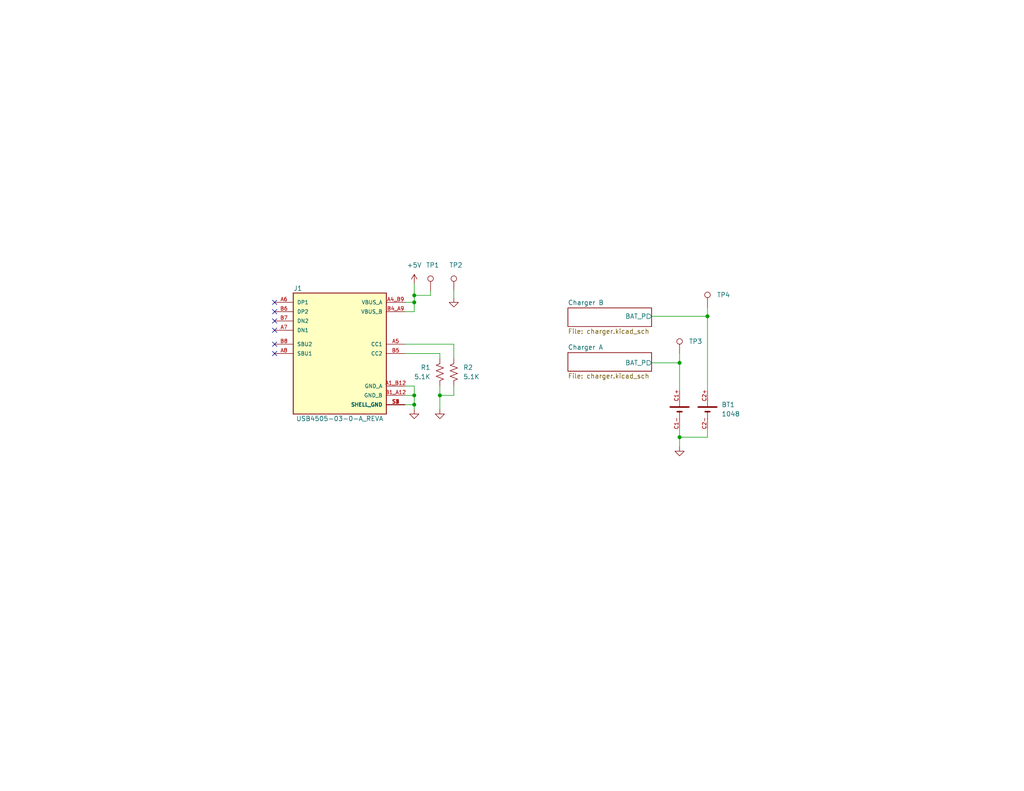
<source format=kicad_sch>
(kicad_sch (version 20211123) (generator eeschema)
  (paper "USLetter")
  (title_block (title "18650 Charger") (date "2021-11-13") (rev "1"))
  (lib_symbols
    (symbol "1048:1048" (pin_names (offset 1.016) hide)
      (property "Reference" "BT1" (at 6.35 1.2701 90))
      (property "Value" "1048" (at 6.35 -1.2699 90))
      (symbol "1048_0_0"
        (polyline (pts (xy -2.54 -2.54) (xy -0.635 -2.54)) (stroke (width 0.1524)))
        (polyline (pts (xy -2.54 5.08) (xy -0.635 5.08)) (stroke (width 0.1524)))
        (polyline (pts (xy -0.635 -2.54) (xy -0.635 -3.175)) (stroke (width 0.4064)))
        (polyline (pts (xy -0.635 -1.905) (xy -0.635 -2.54)) (stroke (width 0.4064)))
        (polyline (pts (xy -0.635 5.08) (xy -0.635 4.445)) (stroke (width 0.4064)))
        (polyline (pts (xy -0.635 5.715) (xy -0.635 5.08)) (stroke (width 0.4064)))
        (polyline (pts (xy 0.635 -2.54) (xy 0.635 -5.08)) (stroke (width 0.4064)))
        (polyline (pts (xy 0.635 -2.54) (xy 2.54 -2.54)) (stroke (width 0.1524)))
        (polyline (pts (xy 0.635 0) (xy 0.635 -2.54)) (stroke (width 0.4064)))
        (polyline (pts (xy 0.635 5.08) (xy 0.635 2.54)) (stroke (width 0.4064)))
        (polyline (pts (xy 0.635 5.08) (xy 2.54 5.08)) (stroke (width 0.1524)))
        (polyline (pts (xy 0.635 7.62) (xy 0.635 5.08)) (stroke (width 0.4064)))
        (pin passive line (at 5.08 5.08 180) (length 2.54) (name "~") (number "C1+"))
        (pin passive line (at -5.08 5.08 0) (length 2.54) (name "~") (number "C1-"))
        (pin passive line (at 5.08 -2.54 180) (length 2.54) (name "~") (number "C2+"))
        (pin passive line (at -5.08 -2.54 0) (length 2.54) (name "~") (number "C2-"))
      )
    )
    (symbol "Connector:TestPoint" (pin_numbers hide) (pin_names (offset 0.762) hide)
      (property "Reference" "TP" (at 0 6.858 0))
      (property "Value" "TestPoint" (at 0 5.08 0))
      (symbol "TestPoint_0_1"
        (circle (center 0 3.302) (radius 0.762))
      )
      (symbol "TestPoint_1_1"
        (pin passive line (at 0 0 90) (length 2.54) (name "1") (number "1"))
      )
    )
    (symbol "Device:R_US" (pin_numbers hide) (pin_names (offset 0))
      (property "Reference" "R" (at 2.54 0 90))
      (property "Value" "R_US" (at -2.54 0 90))
      (symbol "R_US_0_1"
        (polyline (pts (xy 0 -2.286) (xy 0 -2.54)))
        (polyline (pts (xy 0 2.286) (xy 0 2.54)))
        (polyline (pts (xy 0 -0.762) (xy 1.016 -1.143) (xy 0 -1.524) (xy -1.016 -1.905) (xy 0 -2.286)))
        (polyline (pts (xy 0 0.762) (xy 1.016 0.381) (xy 0 0) (xy -1.016 -0.381) (xy 0 -0.762)))
        (polyline (pts (xy 0 2.286) (xy 1.016 1.905) (xy 0 1.524) (xy -1.016 1.143) (xy 0 0.762)))
      )
      (symbol "R_US_1_1"
        (pin passive line (at 0 3.81 270) (length 1.27) (name "~") (number "1"))
        (pin passive line (at 0 -3.81 90) (length 1.27) (name "~") (number "2"))
      )
    )
    (symbol "USB4505-03-0-A_REVA:USB4505-03-0-A_REVA" (pin_names (offset 1.016))
      (property "Reference" "J1" (at -11.43 16.51 0))
      (property "Value" "USB4505-03-0-A_REVA" (at 0 -19.05 0))
      (symbol "USB4505-03-0-A_REVA_0_0"
        (rectangle (start -12.7 -17.78) (end 12.7 15.24) (stroke (width 0.254)) (fill (type background)))
        (pin power_in line (at 17.78 -10.16 180) (length 5.08) (name "GND_A") (number "A1_B12"))
        (pin power_in line (at 17.78 12.7 180) (length 5.08) (name "VBUS_A") (number "A4_B9"))
        (pin bidirectional line (at 17.78 1.27 180) (length 5.08) (name "CC1") (number "A5"))
        (pin bidirectional line (at -17.78 12.7 0) (length 5.08) (name "DP1") (number "A6"))
        (pin bidirectional line (at -17.78 5.08 0) (length 5.08) (name "DN1") (number "A7"))
        (pin bidirectional line (at -17.78 -1.27 0) (length 5.08) (name "SBU1") (number "A8"))
        (pin power_in line (at 17.78 -12.7 180) (length 5.08) (name "GND_B") (number "B1_A12"))
        (pin power_in line (at 17.78 10.16 180) (length 5.08) (name "VBUS_B") (number "B4_A9"))
        (pin bidirectional line (at 17.78 -1.27 180) (length 5.08) (name "CC2") (number "B5"))
        (pin bidirectional line (at -17.78 10.16 0) (length 5.08) (name "DP2") (number "B6"))
        (pin bidirectional line (at -17.78 7.62 0) (length 5.08) (name "DN2") (number "B7"))
        (pin bidirectional line (at -17.78 1.27 0) (length 5.08) (name "SBU2") (number "B8"))
        (pin power_in line (at 17.78 -15.24 180) (length 5.08) (name "SHELL_GND") (number "S1"))
        (pin power_in line (at 17.78 -15.24 180) (length 5.08) (name "SHELL_GND") (number "S2"))
        (pin power_in line (at 17.78 -15.24 180) (length 5.08) (name "SHELL_GND") (number "S3"))
        (pin power_in line (at 17.78 -15.24 180) (length 5.08) (name "SHELL_GND") (number "S4"))
      )
    )
    (symbol "power:+5V" (power) (pin_names (offset 0))
      (property "Value" "+5V" (at 0 3.556 0))
      (symbol "+5V_0_1"
        (polyline (pts (xy -0.762 1.27) (xy 0 2.54)))
        (polyline (pts (xy 0 0) (xy 0 2.54)))
        (polyline (pts (xy 0 2.54) (xy 0.762 1.27)))
      )
      (symbol "+5V_1_1"
        (pin power_in line (at 0 0 90) (length 0) hide (name "+5V") (number "1"))
      )
    )
    (symbol "power:GND" (power) (pin_names (offset 0))
      (property "Value" "GND" (at 0 -3.81 0))
      (symbol "GND_0_1"
        (polyline (pts (xy 0 0) (xy 0 -1.27) (xy 1.27 -1.27) (xy 0 -2.54) (xy -1.27 -1.27) (xy 0 -1.27)))
      )
      (symbol "GND_1_1"
        (pin power_in line (at 0 0 270) (length 0) hide (name "GND") (number "1"))
      )
    )
  )
  (junction (at 193.04 86.36))
  (junction (at 113.03 110.49))
  (junction (at 120.015 107.95))
  (junction (at 185.42 119.38))
  (junction (at 113.03 80.645))
  (junction (at 185.42 99.06))
  (junction (at 113.03 82.55))
  (junction (at 113.03 107.95))
  (no_connect (at 74.93 93.9802))
  (no_connect (at 74.93 96.5202))
  (no_connect (at 74.93 85.0902))
  (no_connect (at 74.93 90.1702))
  (no_connect (at 74.93 82.5502))
  (no_connect (at 74.93 87.6302))
  (wire (pts (xy 113.03 105.41) (xy 113.03 107.95)))
  (wire (pts (xy 177.8 99.06) (xy 185.42 99.06)))
  (wire (pts (xy 185.42 99.06) (xy 185.42 106.68)))
  (wire (pts (xy 110.49 105.41) (xy 113.03 105.41)))
  (wire (pts (xy 193.04 83.82) (xy 193.04 86.36)))
  (wire (pts (xy 110.49 96.52) (xy 120.015 96.52)))
  (wire (pts (xy 120.015 96.52) (xy 120.015 97.79)))
  (wire (pts (xy 110.49 110.49) (xy 113.03 110.49)))
  (wire (pts (xy 113.03 85.09) (xy 113.03 82.55)))
  (wire (pts (xy 110.49 85.09) (xy 113.03 85.09)))
  (wire (pts (xy 123.825 97.79) (xy 123.825 93.98)))
  (wire (pts (xy 123.825 93.98) (xy 110.49 93.98)))
  (wire (pts (xy 110.49 107.95) (xy 113.03 107.95)))
  (wire (pts (xy 117.475 79.375) (xy 117.475 80.645)))
  (wire (pts (xy 113.03 80.645) (xy 117.475 80.645)))
  (wire (pts (xy 123.825 105.41) (xy 123.825 107.95)))
  (wire (pts (xy 123.825 107.95) (xy 120.015 107.95)))
  (wire (pts (xy 110.49 82.55) (xy 113.03 82.55)))
  (wire (pts (xy 113.03 82.55) (xy 113.03 80.645)))
  (wire (pts (xy 113.03 80.645) (xy 113.03 77.47)))
  (wire (pts (xy 185.42 116.84) (xy 185.42 119.38)))
  (wire (pts (xy 185.42 119.38) (xy 193.04 119.38)))
  (wire (pts (xy 193.04 119.38) (xy 193.04 116.84)))
  (wire (pts (xy 185.42 119.38) (xy 185.42 121.92)))
  (wire (pts (xy 120.015 105.41) (xy 120.015 107.95)))
  (wire (pts (xy 120.015 107.95) (xy 120.015 111.76)))
  (wire (pts (xy 185.42 96.52) (xy 185.42 99.06)))
  (wire (pts (xy 177.8 86.36) (xy 193.04 86.36)))
  (wire (pts (xy 193.04 86.36) (xy 193.04 106.68)))
  (wire (pts (xy 113.03 110.49) (xy 113.03 111.7602)))
  (wire (pts (xy 113.03 107.95) (xy 113.03 110.49)))
  (wire (pts (xy 123.825 79.375) (xy 123.825 81.28)))
  (symbol (lib_id "power:GND") (at 185.42 121.92 0) (unit 1)
    (property "Reference" "#PWR05" (effects hide))
    (property "Value" "GND" (effects hide))
  )
  (symbol (lib_id "Connector:TestPoint") (at 185.42 96.52 0) (unit 1)
    (property "Reference" "TP3" (at 187.96 93.2179 0) (effects (justify left)))
    (property "Value" "TestPoint" (effects hide))
    (property "Footprint" "RCU-0C:TP+195X110" (effects hide))
  )
  (symbol (lib_id "Connector:TestPoint") (at 193.04 83.82 0) (unit 1)
    (property "Reference" "TP4" (at 195.58 80.5179 0) (effects (justify left)))
    (property "Value" "TestPoint" (effects hide))
    (property "Footprint" "RCU-0C:TP+195X110" (effects hide))
  )
  (symbol (lib_id "1048:1048") (at 190.5 111.76 90) (unit 1)
    (property "Reference" "BT1" (at 196.85 110.49 90) (effects (justify right)))
    (property "Value" "1048" (at 196.85 113.03 90) (effects (justify right)))
    (property "Footprint" "1048:BAT_1048" (effects hide))
    (property "MANUFACTURER" "KEYSTONE" (effects hide))
  )
  (symbol (lib_id "power:+5V") (at 113.03 77.47 0) (unit 1)
    (property "Reference" "#PWR01" (effects hide))
    (property "Value" "+5V" (at 113.03 72.39 0))
  )
  (symbol (lib_id "Connector:TestPoint") (at 117.475 79.375 0) (unit 1)
    (property "Reference" "TP1" (at 116.205 72.39 0) (effects (justify left)))
    (property "Value" "TestPoint" (effects hide))
    (property "Footprint" "RCU-0C:TP+195X110" (effects hide))
  )
  (symbol (lib_id "Device:R_US") (at 120.015 101.6 0) (mirror x) (unit 1)
    (property "Reference" "R1" (at 117.475 100.3299 0) (effects (justify right)))
    (property "Value" "5.1K" (at 117.475 102.8699 0) (effects (justify right)))
    (property "Footprint" "Resistor_SMD:R_0402_1005Metric" (effects hide))
  )
  (symbol (lib_id "power:GND") (at 113.03 111.7602 0) (unit 1)
    (property "Reference" "#PWR02" (effects hide))
    (property "Value" "GND" (effects hide))
  )
  (symbol (lib_id "USB4505-03-0-A_REVA:USB4505-03-0-A_REVA") (at 92.71 95.25 0) (unit 1)
    (property "Reference" "J1" (at 81.28 78.74 0))
    (property "Value" "USB4505-03-0-A_REVA" (at 92.71 114.3 0))
    (property "Footprint" "USB4505-03-0-A_REVA:GCT_USB4505-03-0-A_REVA" (effects hide))
    (property "PARTREV" "A" (effects hide))
    (property "MAXIMUM_PACKAGE_HEIGHT" "2.46mm" (effects hide))
    (property "STANDARD" "Manufacturer Recommendations" (effects hide))
    (property "MANUFACTURER" "GCT" (effects hide))
  )
  (symbol (lib_id "power:GND") (at 120.015 111.76 0) (unit 1)
    (property "Reference" "#PWR03" (effects hide))
    (property "Value" "GND" (effects hide))
  )
  (symbol (lib_id "Connector:TestPoint") (at 123.825 79.375 0) (unit 1)
    (property "Reference" "TP2" (at 122.555 72.39 0) (effects (justify left)))
    (property "Value" "TestPoint" (effects hide))
    (property "Footprint" "RCU-0C:TP+195X110" (effects hide))
  )
  (symbol (lib_id "Device:R_US") (at 123.825 101.6 0) (mirror y) (unit 1)
    (property "Reference" "R2" (at 126.365 100.3299 0) (effects (justify right)))
    (property "Value" "5.1K" (at 126.365 102.8699 0) (effects (justify right)))
    (property "Footprint" "Resistor_SMD:R_0402_1005Metric" (effects hide))
  )
  (symbol (lib_id "power:GND") (at 123.825 81.28 0) (unit 1)
    (property "Reference" "#PWR04" (effects hide))
    (property "Value" "GND" (effects hide))
  )
  (sheet (at 154.94 84.074) (size 22.86 5.08) (stroke (width 0.1524))
    (property "Sheet name" "Charger B" (at 154.94 83.3624 0) (effects (justify left bottom)))
    (property "Sheet file" "charger.kicad_sch" (at 154.94 89.7386 0) (effects (justify left top)))
    (pin "BAT_P" output (at 177.8 86.36 0))
  )
  (sheet (at 154.94 96.266) (size 22.86 5.08) (stroke (width 0.1524))
    (property "Sheet name" "Charger A" (at 154.94 95.5544 0) (effects (justify left bottom)))
    (property "Sheet file" "charger.kicad_sch" (at 154.94 101.9306 0) (effects (justify left top)))
    (pin "BAT_P" output (at 177.8 99.06 0))
  )
)
</source>
